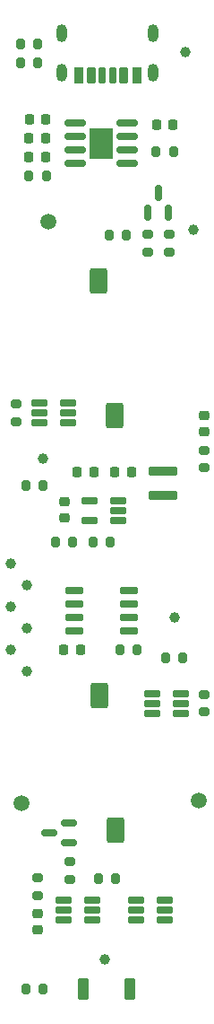
<source format=gbr>
%TF.GenerationSoftware,KiCad,Pcbnew,9.0.3*%
%TF.CreationDate,2025-09-26T00:40:55-04:00*%
%TF.ProjectId,Photon,50686f74-6f6e-42e6-9b69-6361645f7063,1.3*%
%TF.SameCoordinates,Original*%
%TF.FileFunction,Soldermask,Top*%
%TF.FilePolarity,Negative*%
%FSLAX46Y46*%
G04 Gerber Fmt 4.6, Leading zero omitted, Abs format (unit mm)*
G04 Created by KiCad (PCBNEW 9.0.3) date 2025-09-26 00:40:55*
%MOMM*%
%LPD*%
G01*
G04 APERTURE LIST*
G04 Aperture macros list*
%AMRoundRect*
0 Rectangle with rounded corners*
0 $1 Rounding radius*
0 $2 $3 $4 $5 $6 $7 $8 $9 X,Y pos of 4 corners*
0 Add a 4 corners polygon primitive as box body*
4,1,4,$2,$3,$4,$5,$6,$7,$8,$9,$2,$3,0*
0 Add four circle primitives for the rounded corners*
1,1,$1+$1,$2,$3*
1,1,$1+$1,$4,$5*
1,1,$1+$1,$6,$7*
1,1,$1+$1,$8,$9*
0 Add four rect primitives between the rounded corners*
20,1,$1+$1,$2,$3,$4,$5,0*
20,1,$1+$1,$4,$5,$6,$7,0*
20,1,$1+$1,$6,$7,$8,$9,0*
20,1,$1+$1,$8,$9,$2,$3,0*%
G04 Aperture macros list end*
%ADD10RoundRect,0.150000X0.725000X0.150000X-0.725000X0.150000X-0.725000X-0.150000X0.725000X-0.150000X0*%
%ADD11RoundRect,0.200000X0.275000X-0.200000X0.275000X0.200000X-0.275000X0.200000X-0.275000X-0.200000X0*%
%ADD12RoundRect,0.225000X0.225000X0.250000X-0.225000X0.250000X-0.225000X-0.250000X0.225000X-0.250000X0*%
%ADD13C,1.500000*%
%ADD14C,1.000000*%
%ADD15RoundRect,0.175000X0.175000X0.625000X-0.175000X0.625000X-0.175000X-0.625000X0.175000X-0.625000X0*%
%ADD16RoundRect,0.200000X0.200000X0.600000X-0.200000X0.600000X-0.200000X-0.600000X0.200000X-0.600000X0*%
%ADD17RoundRect,0.225000X0.225000X0.575000X-0.225000X0.575000X-0.225000X-0.575000X0.225000X-0.575000X0*%
%ADD18O,1.000000X1.700000*%
%ADD19RoundRect,0.162500X0.617500X0.162500X-0.617500X0.162500X-0.617500X-0.162500X0.617500X-0.162500X0*%
%ADD20RoundRect,0.225000X0.250000X-0.225000X0.250000X0.225000X-0.250000X0.225000X-0.250000X-0.225000X0*%
%ADD21RoundRect,0.200000X-0.200000X-0.275000X0.200000X-0.275000X0.200000X0.275000X-0.200000X0.275000X0*%
%ADD22RoundRect,0.225000X-0.225000X-0.250000X0.225000X-0.250000X0.225000X0.250000X-0.225000X0.250000X0*%
%ADD23RoundRect,0.200000X0.200000X0.275000X-0.200000X0.275000X-0.200000X-0.275000X0.200000X-0.275000X0*%
%ADD24RoundRect,0.200000X-0.275000X0.200000X-0.275000X-0.200000X0.275000X-0.200000X0.275000X0.200000X0*%
%ADD25RoundRect,0.105000X-0.420000X-0.895000X0.420000X-0.895000X0.420000X0.895000X-0.420000X0.895000X0*%
%ADD26RoundRect,0.218750X0.218750X0.256250X-0.218750X0.256250X-0.218750X-0.256250X0.218750X-0.256250X0*%
%ADD27RoundRect,0.150000X0.587500X0.150000X-0.587500X0.150000X-0.587500X-0.150000X0.587500X-0.150000X0*%
%ADD28RoundRect,0.162500X-0.617500X-0.162500X0.617500X-0.162500X0.617500X0.162500X-0.617500X0.162500X0*%
%ADD29RoundRect,0.218750X-0.256250X0.218750X-0.256250X-0.218750X0.256250X-0.218750X0.256250X0.218750X0*%
%ADD30RoundRect,0.120000X1.230000X-0.280000X1.230000X0.280000X-1.230000X0.280000X-1.230000X-0.280000X0*%
%ADD31RoundRect,0.255000X-0.595000X0.945000X-0.595000X-0.945000X0.595000X-0.945000X0.595000X0.945000X0*%
%ADD32RoundRect,0.150000X0.825000X0.150000X-0.825000X0.150000X-0.825000X-0.150000X0.825000X-0.150000X0*%
%ADD33R,2.290000X3.000000*%
%ADD34RoundRect,0.255000X0.595000X-0.945000X0.595000X0.945000X-0.595000X0.945000X-0.595000X-0.945000X0*%
%ADD35RoundRect,0.150000X0.150000X-0.587500X0.150000X0.587500X-0.150000X0.587500X-0.150000X-0.587500X0*%
G04 APERTURE END LIST*
D10*
%TO.C,U1*%
X54899000Y-78486000D03*
X54899000Y-77216000D03*
X54899000Y-75946000D03*
X54899000Y-74676000D03*
X49749000Y-74676000D03*
X49749000Y-75946000D03*
X49749000Y-77216000D03*
X49749000Y-78486000D03*
%TD*%
D11*
%TO.C,R6*%
X58674000Y-42735000D03*
X58674000Y-41085000D03*
%TD*%
D12*
%TO.C,C2*%
X51575000Y-63500000D03*
X50025000Y-63500000D03*
%TD*%
D13*
%TO.C,FID2*%
X44704000Y-94742000D03*
%TD*%
D14*
%TO.C,TP7*%
X52578000Y-109474000D03*
%TD*%
%TO.C,TP2*%
X45212000Y-74168000D03*
%TD*%
%TO.C,TP8*%
X60960000Y-40640000D03*
%TD*%
D15*
%TO.C,J1*%
X53378800Y-26040000D03*
D16*
X51358800Y-26040000D03*
D17*
X50128800Y-26040000D03*
D15*
X52378800Y-26040000D03*
D16*
X54398800Y-26040000D03*
D17*
X55628800Y-26040000D03*
D18*
X57198800Y-25860000D03*
X57198800Y-22060000D03*
X48558800Y-25860000D03*
X48558800Y-22060000D03*
%TD*%
D14*
%TO.C,TP6*%
X60198000Y-23876000D03*
%TD*%
D19*
%TO.C,U6*%
X58246000Y-105786000D03*
X58246000Y-104836000D03*
X58246000Y-103886000D03*
X55546000Y-103886000D03*
X55546000Y-104836000D03*
X55546000Y-105786000D03*
%TD*%
D20*
%TO.C,C4*%
X48768000Y-67831000D03*
X48768000Y-66281000D03*
%TD*%
D19*
%TO.C,U5*%
X51388000Y-105786000D03*
X51388000Y-104836000D03*
X51388000Y-103886000D03*
X48688000Y-103886000D03*
X48688000Y-104836000D03*
X48688000Y-105786000D03*
%TD*%
D21*
%TO.C,R9*%
X51499000Y-70104000D03*
X53149000Y-70104000D03*
%TD*%
D22*
%TO.C,C5*%
X53581000Y-63500000D03*
X55131000Y-63500000D03*
%TD*%
D14*
%TO.C,TP11*%
X59182000Y-77216000D03*
%TD*%
D21*
%TO.C,R4*%
X53023000Y-41148000D03*
X54673000Y-41148000D03*
%TD*%
D14*
%TO.C,TP4*%
X43688000Y-76200000D03*
%TD*%
%TO.C,TP1*%
X45212000Y-82296000D03*
%TD*%
D12*
%TO.C,C1*%
X50305000Y-80264000D03*
X48755000Y-80264000D03*
%TD*%
D19*
%TO.C,U4*%
X49102000Y-58862000D03*
X49102000Y-57912000D03*
X49102000Y-56962000D03*
X46402000Y-56962000D03*
X46402000Y-57912000D03*
X46402000Y-58862000D03*
%TD*%
D14*
%TO.C,TP5*%
X45212000Y-78232000D03*
%TD*%
D23*
%TO.C,R2*%
X46291000Y-24892000D03*
X44641000Y-24892000D03*
%TD*%
%TO.C,R1*%
X46291000Y-23114000D03*
X44641000Y-23114000D03*
%TD*%
D24*
%TO.C,R16*%
X61976000Y-84494430D03*
X61976000Y-86144430D03*
%TD*%
D25*
%TO.C,SW1*%
X50546000Y-112268000D03*
X54991000Y-112268000D03*
%TD*%
D26*
%TO.C,D2*%
X47015500Y-33782000D03*
X45440500Y-33782000D03*
%TD*%
D21*
%TO.C,R10*%
X57471000Y-33250000D03*
X59121000Y-33250000D03*
%TD*%
D23*
%TO.C,R7*%
X47073000Y-35540000D03*
X45423000Y-35540000D03*
%TD*%
%TO.C,R12*%
X46799000Y-64770000D03*
X45149000Y-64770000D03*
%TD*%
D27*
%TO.C,Q2*%
X49197500Y-98486000D03*
X49197500Y-96586000D03*
X47322500Y-97536000D03*
%TD*%
D28*
%TO.C,U7*%
X57070000Y-84394000D03*
X57070000Y-85344000D03*
X57070000Y-86294000D03*
X59770000Y-86294000D03*
X59770000Y-85344000D03*
X59770000Y-84394000D03*
%TD*%
D24*
%TO.C,R14*%
X46228000Y-101791000D03*
X46228000Y-103441000D03*
%TD*%
D21*
%TO.C,R3*%
X45149000Y-112268000D03*
X46799000Y-112268000D03*
%TD*%
%TO.C,R18*%
X54039000Y-80264000D03*
X55689000Y-80264000D03*
%TD*%
D29*
%TO.C,D3*%
X61976000Y-58140500D03*
X61976000Y-59715500D03*
%TD*%
D14*
%TO.C,TP9*%
X43688000Y-80264000D03*
%TD*%
%TO.C,TP3*%
X43688000Y-72136000D03*
%TD*%
D24*
%TO.C,R5*%
X56642000Y-41085000D03*
X56642000Y-42735000D03*
%TD*%
D30*
%TO.C,L1*%
X58115200Y-65709800D03*
X58115200Y-63398400D03*
%TD*%
D11*
%TO.C,R11*%
X61976000Y-63118000D03*
X61976000Y-61468000D03*
%TD*%
D13*
%TO.C,FID1*%
X47244000Y-39878000D03*
%TD*%
D24*
%TO.C,R19*%
X49276000Y-100267000D03*
X49276000Y-101917000D03*
%TD*%
D31*
%TO.C,D5*%
X53569757Y-58203500D03*
X52045757Y-45503500D03*
%TD*%
D20*
%TO.C,C7*%
X46228000Y-106693000D03*
X46228000Y-105143000D03*
%TD*%
D13*
%TO.C,FID3*%
X61468000Y-94488000D03*
%TD*%
D21*
%TO.C,R8*%
X47943000Y-70104000D03*
X49593000Y-70104000D03*
%TD*%
D23*
%TO.C,R17*%
X53657000Y-101854000D03*
X52007000Y-101854000D03*
%TD*%
D14*
%TO.C,TP10*%
X46736000Y-62230000D03*
%TD*%
D19*
%TO.C,U2*%
X53848000Y-68072000D03*
X53848000Y-67122000D03*
X53848000Y-66172000D03*
X51148000Y-66172000D03*
X51148000Y-68072000D03*
%TD*%
D11*
%TO.C,R13*%
X44196000Y-58737000D03*
X44196000Y-57087000D03*
%TD*%
D21*
%TO.C,R15*%
X58357000Y-81026000D03*
X60007000Y-81026000D03*
%TD*%
D26*
%TO.C,D1*%
X47015500Y-31984000D03*
X45440500Y-31984000D03*
%TD*%
D32*
%TO.C,U3*%
X54737000Y-34405000D03*
X54737000Y-33135000D03*
X54737000Y-31865000D03*
X54737000Y-30595000D03*
X49787000Y-30595000D03*
X49787000Y-31865000D03*
X49787000Y-33135000D03*
X49787000Y-34405000D03*
D33*
X52262000Y-32500000D03*
%TD*%
D34*
%TO.C,D6*%
X52070000Y-84582000D03*
X53594000Y-97282000D03*
%TD*%
D22*
%TO.C,C6*%
X45473000Y-30230000D03*
X47023000Y-30230000D03*
%TD*%
D35*
%TO.C,Q1*%
X56708000Y-39037500D03*
X58608000Y-39037500D03*
X57658000Y-37162500D03*
%TD*%
D12*
%TO.C,C3*%
X59071000Y-30710000D03*
X57521000Y-30710000D03*
%TD*%
M02*

</source>
